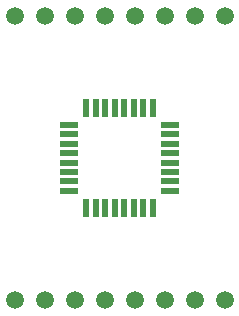
<source format=gbr>
%TF.GenerationSoftware,KiCad,Pcbnew,7.0.10-7.0.10~ubuntu22.04.1*%
%TF.CreationDate,2024-03-01T21:08:23-05:00*%
%TF.ProjectId,digit_8x9,64696769-745f-4387-9839-2e6b69636164,rev?*%
%TF.SameCoordinates,Original*%
%TF.FileFunction,Soldermask,Bot*%
%TF.FilePolarity,Negative*%
%FSLAX46Y46*%
G04 Gerber Fmt 4.6, Leading zero omitted, Abs format (unit mm)*
G04 Created by KiCad (PCBNEW 7.0.10-7.0.10~ubuntu22.04.1) date 2024-03-01 21:08:23*
%MOMM*%
%LPD*%
G01*
G04 APERTURE LIST*
%ADD10R,1.600000X0.550000*%
%ADD11R,0.550000X1.600000*%
%ADD12C,1.500000*%
G04 APERTURE END LIST*
D10*
%TO.C,U3*%
X96140000Y-54200000D03*
X96140000Y-55000000D03*
X96140000Y-55800000D03*
X96140000Y-56600000D03*
X96140000Y-57400000D03*
X96140000Y-58200000D03*
X96140000Y-59000000D03*
X96140000Y-59800000D03*
D11*
X94690000Y-61250000D03*
X93890000Y-61250000D03*
X93090000Y-61250000D03*
X92290000Y-61250000D03*
X91490000Y-61250000D03*
X90690000Y-61250000D03*
X89890000Y-61250000D03*
X89090000Y-61250000D03*
D10*
X87640000Y-59800000D03*
X87640000Y-59000000D03*
X87640000Y-58200000D03*
X87640000Y-57400000D03*
X87640000Y-56600000D03*
X87640000Y-55800000D03*
X87640000Y-55000000D03*
X87640000Y-54200000D03*
D11*
X89090000Y-52750000D03*
X89890000Y-52750000D03*
X90690000Y-52750000D03*
X91490000Y-52750000D03*
X92290000Y-52750000D03*
X93090000Y-52750000D03*
X93890000Y-52750000D03*
X94690000Y-52750000D03*
%TD*%
D12*
%TO.C,LED1*%
X83000000Y-69000000D03*
X85540000Y-69000000D03*
X88080000Y-69000000D03*
X90620000Y-69000000D03*
X93160000Y-69000000D03*
X95700000Y-69000000D03*
X98240000Y-69000000D03*
X100780000Y-69000000D03*
X100780000Y-45000000D03*
X98240000Y-45000000D03*
X95700000Y-45000000D03*
X93160000Y-45000000D03*
X90620000Y-45000000D03*
X88080000Y-45000000D03*
X85540000Y-45000000D03*
X83000000Y-45000000D03*
%TD*%
M02*

</source>
